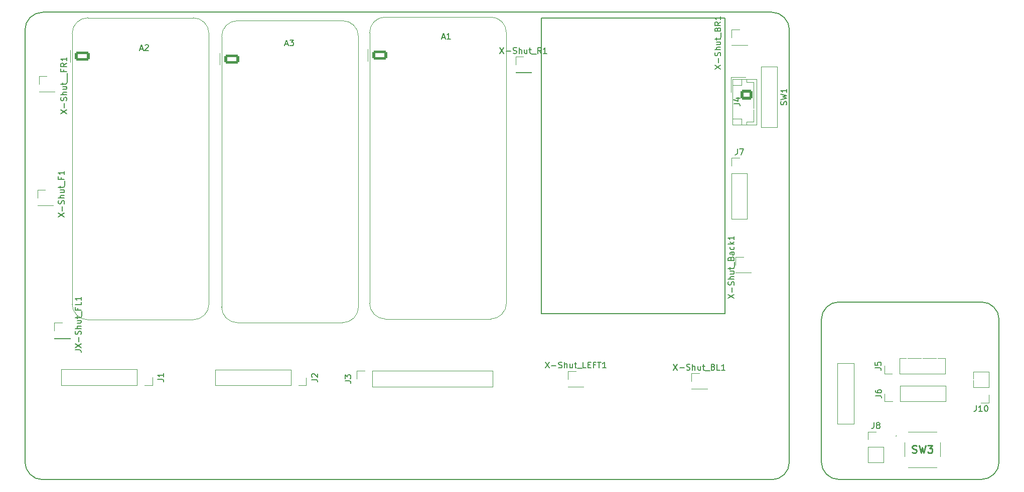
<source format=gm1>
G04 #@! TF.GenerationSoftware,KiCad,Pcbnew,9.0.0*
G04 #@! TF.CreationDate,2025-04-18T00:11:51+02:00*
G04 #@! TF.ProjectId,Omni-X-II-PCB,4f6d6e69-2d58-42d4-9949-2d5043422e6b,rev?*
G04 #@! TF.SameCoordinates,Original*
G04 #@! TF.FileFunction,Profile,NP*
%FSLAX46Y46*%
G04 Gerber Fmt 4.6, Leading zero omitted, Abs format (unit mm)*
G04 Created by KiCad (PCBNEW 9.0.0) date 2025-04-18 00:11:51*
%MOMM*%
%LPD*%
G01*
G04 APERTURE LIST*
G04 Aperture macros list*
%AMRoundRect*
0 Rectangle with rounded corners*
0 $1 Rounding radius*
0 $2 $3 $4 $5 $6 $7 $8 $9 X,Y pos of 4 corners*
0 Add a 4 corners polygon primitive as box body*
4,1,4,$2,$3,$4,$5,$6,$7,$8,$9,$2,$3,0*
0 Add four circle primitives for the rounded corners*
1,1,$1+$1,$2,$3*
1,1,$1+$1,$4,$5*
1,1,$1+$1,$6,$7*
1,1,$1+$1,$8,$9*
0 Add four rect primitives between the rounded corners*
20,1,$1+$1,$2,$3,$4,$5,0*
20,1,$1+$1,$4,$5,$6,$7,0*
20,1,$1+$1,$6,$7,$8,$9,0*
20,1,$1+$1,$8,$9,$2,$3,0*%
G04 Aperture macros list end*
G04 #@! TA.AperFunction,Profile*
%ADD10C,0.200000*%
G04 #@! TD*
%ADD11R,1.700000X1.700000*%
%ADD12O,1.500000X2.500000*%
%ADD13O,1.700000X1.700000*%
%ADD14RoundRect,0.250000X-0.750000X0.600000X-0.750000X-0.600000X0.750000X-0.600000X0.750000X0.600000X0*%
%ADD15O,2.500000X1.500000*%
%ADD16RoundRect,0.250000X-1.050000X-0.550000X1.050000X-0.550000X1.050000X0.550000X-1.050000X0.550000X0*%
%ADD17O,2.600000X1.600000*%
%ADD18C,2.000000*%
%ADD19R,1.500000X1.500000*%
%ADD20C,1.600000*%
%ADD21C,0.200000*%
%ADD22C,0.150000*%
%ADD23C,0.254000*%
%ADD24C,0.120000*%
%ADD25C,0.100000*%
G04 APERTURE END LIST*
D10*
X70000000Y-126000000D02*
X70000000Y-53000000D01*
X73000000Y-129000000D02*
G75*
G02*
X70000000Y-126000000I0J3000000D01*
G01*
X70000000Y-53000000D02*
G75*
G02*
X73000000Y-50000000I3000000J0D01*
G01*
X231385000Y-98960000D02*
G75*
G02*
X234385000Y-101960000I0J-3000000D01*
G01*
X207385000Y-98960000D02*
X231385000Y-98960000D01*
X234385000Y-101960000D02*
X234385000Y-125960000D01*
X204385000Y-125960000D02*
X204385000Y-101960000D01*
X231385000Y-128960000D02*
X207385000Y-128960000D01*
X199000000Y-126000000D02*
G75*
G02*
X196000000Y-129000000I-3000000J0D01*
G01*
X196000000Y-129000000D02*
X73000000Y-129000000D01*
X199000000Y-53000000D02*
X199000000Y-126000000D01*
X204385000Y-101960000D02*
G75*
G02*
X207385000Y-98960000I3000000J0D01*
G01*
X196000000Y-50000000D02*
G75*
G02*
X199000000Y-53000000I0J-3000000D01*
G01*
X234385000Y-125960000D02*
G75*
G02*
X231385000Y-128960000I-3000000J0D01*
G01*
X207385000Y-128960000D02*
G75*
G02*
X204385000Y-125960000I0J3000000D01*
G01*
X73000000Y-50000000D02*
X196000000Y-50000000D01*
%LPC*%
D11*
X73680000Y-62140000D03*
X116140000Y-111750000D03*
D12*
X113600000Y-111750000D03*
X111060000Y-111750000D03*
X108520000Y-111750000D03*
D13*
X105980000Y-111750000D03*
X103440000Y-111750000D03*
D14*
X191750000Y-63900000D03*
D15*
X191750000Y-66400000D03*
D11*
X90180000Y-111700000D03*
D12*
X87640000Y-111700000D03*
X85100000Y-111700000D03*
X82560000Y-111700000D03*
D13*
X80020000Y-111700000D03*
X77480000Y-111700000D03*
D11*
X73440000Y-81360000D03*
X127310000Y-111960000D03*
D13*
X129850000Y-111960000D03*
D12*
X132390000Y-111960000D03*
X134930000Y-111960000D03*
X137470000Y-111960000D03*
D13*
X140010000Y-111960000D03*
X142550000Y-111960000D03*
X145090000Y-111960000D03*
X147630000Y-111960000D03*
D11*
X183800000Y-112350000D03*
D16*
X129840000Y-57270000D03*
D17*
X129840000Y-59810000D03*
X129840000Y-62350000D03*
X129840000Y-64890000D03*
X129840000Y-67430000D03*
X129840000Y-69970000D03*
X129840000Y-72510000D03*
X129840000Y-75050000D03*
X129840000Y-77590000D03*
X129840000Y-80130000D03*
X129840000Y-82670000D03*
X129840000Y-85210000D03*
X129840000Y-87750000D03*
X129840000Y-90290000D03*
X129840000Y-92830000D03*
X129840000Y-95370000D03*
X149560000Y-95370000D03*
X149560000Y-92830000D03*
X149560000Y-90290000D03*
X149560000Y-87750000D03*
X149560000Y-85210000D03*
X149560000Y-82670000D03*
X149560000Y-80130000D03*
X149560000Y-77590000D03*
X149560000Y-75050000D03*
X149560000Y-72510000D03*
X149560000Y-69970000D03*
X149560000Y-67430000D03*
D11*
X154130000Y-58850000D03*
X190560000Y-75970000D03*
D15*
X190560000Y-78510000D03*
X190560000Y-81050000D03*
X190560000Y-83590000D03*
D16*
X79640000Y-57410000D03*
D17*
X79640000Y-59950000D03*
X79640000Y-62490000D03*
X79640000Y-65030000D03*
X79640000Y-67570000D03*
X79640000Y-70110000D03*
X79640000Y-72650000D03*
X79640000Y-75190000D03*
X79640000Y-77730000D03*
X79640000Y-80270000D03*
X79640000Y-82810000D03*
X79640000Y-85350000D03*
X79640000Y-87890000D03*
X79640000Y-90430000D03*
X79640000Y-92970000D03*
X79640000Y-95510000D03*
X99360000Y-95510000D03*
X99360000Y-92970000D03*
X99360000Y-90430000D03*
X99360000Y-87890000D03*
X99360000Y-85350000D03*
X99360000Y-82810000D03*
X99360000Y-80270000D03*
X99360000Y-77730000D03*
X99360000Y-75190000D03*
X99360000Y-72650000D03*
X99360000Y-70110000D03*
X99360000Y-67570000D03*
D18*
X218190000Y-121640000D03*
X224690000Y-121640000D03*
X218190000Y-126140000D03*
X224690000Y-126140000D03*
D11*
X191220000Y-92700000D03*
X216395000Y-114450000D03*
D12*
X218935000Y-114450000D03*
X221475000Y-114450000D03*
X224015000Y-114450000D03*
D11*
X231345000Y-114660000D03*
D15*
X231345000Y-112120000D03*
D11*
X76290000Y-103830000D03*
D19*
X195550000Y-64320000D03*
D20*
X195550000Y-61780000D03*
D15*
X195550000Y-66860000D03*
D19*
X208495000Y-114430000D03*
D20*
X208495000Y-116970000D03*
D15*
X208495000Y-111890000D03*
D11*
X190590000Y-54270000D03*
X162960000Y-111990000D03*
D16*
X104870000Y-57900000D03*
D17*
X104870000Y-60440000D03*
X104870000Y-62980000D03*
X104870000Y-65520000D03*
X104870000Y-68060000D03*
X104870000Y-70600000D03*
X104870000Y-73140000D03*
X104870000Y-75680000D03*
X104870000Y-78220000D03*
X104870000Y-80760000D03*
X104870000Y-83300000D03*
X104870000Y-85840000D03*
X104870000Y-88380000D03*
X104870000Y-90920000D03*
X104870000Y-93460000D03*
X104870000Y-96000000D03*
X124590000Y-96000000D03*
X124590000Y-93460000D03*
X124590000Y-90920000D03*
X124590000Y-88380000D03*
X124590000Y-85840000D03*
X124590000Y-83300000D03*
X124590000Y-80760000D03*
X124590000Y-78220000D03*
X124590000Y-75680000D03*
X124590000Y-73140000D03*
X124590000Y-70600000D03*
X124590000Y-68060000D03*
D11*
X216355000Y-109780000D03*
D12*
X218895000Y-109780000D03*
X221435000Y-109780000D03*
X223975000Y-109780000D03*
D11*
X213595000Y-122210000D03*
D15*
X213595000Y-124750000D03*
%LPD*%
D21*
X157150000Y-50970000D02*
X188150000Y-50970000D01*
X188150000Y-100970000D01*
X157150000Y-100970000D01*
X157150000Y-50970000D01*
D22*
X76044819Y-67175714D02*
X77044819Y-66509048D01*
X76044819Y-66509048D02*
X77044819Y-67175714D01*
X76663866Y-66128095D02*
X76663866Y-65366191D01*
X76997200Y-64937619D02*
X77044819Y-64794762D01*
X77044819Y-64794762D02*
X77044819Y-64556667D01*
X77044819Y-64556667D02*
X76997200Y-64461429D01*
X76997200Y-64461429D02*
X76949580Y-64413810D01*
X76949580Y-64413810D02*
X76854342Y-64366191D01*
X76854342Y-64366191D02*
X76759104Y-64366191D01*
X76759104Y-64366191D02*
X76663866Y-64413810D01*
X76663866Y-64413810D02*
X76616247Y-64461429D01*
X76616247Y-64461429D02*
X76568628Y-64556667D01*
X76568628Y-64556667D02*
X76521009Y-64747143D01*
X76521009Y-64747143D02*
X76473390Y-64842381D01*
X76473390Y-64842381D02*
X76425771Y-64890000D01*
X76425771Y-64890000D02*
X76330533Y-64937619D01*
X76330533Y-64937619D02*
X76235295Y-64937619D01*
X76235295Y-64937619D02*
X76140057Y-64890000D01*
X76140057Y-64890000D02*
X76092438Y-64842381D01*
X76092438Y-64842381D02*
X76044819Y-64747143D01*
X76044819Y-64747143D02*
X76044819Y-64509048D01*
X76044819Y-64509048D02*
X76092438Y-64366191D01*
X77044819Y-63937619D02*
X76044819Y-63937619D01*
X77044819Y-63509048D02*
X76521009Y-63509048D01*
X76521009Y-63509048D02*
X76425771Y-63556667D01*
X76425771Y-63556667D02*
X76378152Y-63651905D01*
X76378152Y-63651905D02*
X76378152Y-63794762D01*
X76378152Y-63794762D02*
X76425771Y-63890000D01*
X76425771Y-63890000D02*
X76473390Y-63937619D01*
X76378152Y-62604286D02*
X77044819Y-62604286D01*
X76378152Y-63032857D02*
X76901961Y-63032857D01*
X76901961Y-63032857D02*
X76997200Y-62985238D01*
X76997200Y-62985238D02*
X77044819Y-62890000D01*
X77044819Y-62890000D02*
X77044819Y-62747143D01*
X77044819Y-62747143D02*
X76997200Y-62651905D01*
X76997200Y-62651905D02*
X76949580Y-62604286D01*
X76378152Y-62270952D02*
X76378152Y-61890000D01*
X76044819Y-62128095D02*
X76901961Y-62128095D01*
X76901961Y-62128095D02*
X76997200Y-62080476D01*
X76997200Y-62080476D02*
X77044819Y-61985238D01*
X77044819Y-61985238D02*
X77044819Y-61890000D01*
X77140057Y-61794762D02*
X77140057Y-61032857D01*
X77140057Y-61032857D02*
X77140057Y-60270952D01*
X76521009Y-59699523D02*
X76521009Y-60032856D01*
X77044819Y-60032856D02*
X76044819Y-60032856D01*
X76044819Y-60032856D02*
X76044819Y-59556666D01*
X77044819Y-58604285D02*
X76568628Y-58937618D01*
X77044819Y-59175713D02*
X76044819Y-59175713D01*
X76044819Y-59175713D02*
X76044819Y-58794761D01*
X76044819Y-58794761D02*
X76092438Y-58699523D01*
X76092438Y-58699523D02*
X76140057Y-58651904D01*
X76140057Y-58651904D02*
X76235295Y-58604285D01*
X76235295Y-58604285D02*
X76378152Y-58604285D01*
X76378152Y-58604285D02*
X76473390Y-58651904D01*
X76473390Y-58651904D02*
X76521009Y-58699523D01*
X76521009Y-58699523D02*
X76568628Y-58794761D01*
X76568628Y-58794761D02*
X76568628Y-59175713D01*
X77044819Y-57651904D02*
X77044819Y-58223332D01*
X77044819Y-57937618D02*
X76044819Y-57937618D01*
X76044819Y-57937618D02*
X76187676Y-58032856D01*
X76187676Y-58032856D02*
X76282914Y-58128094D01*
X76282914Y-58128094D02*
X76330533Y-58223332D01*
X118364819Y-112083333D02*
X119079104Y-112083333D01*
X119079104Y-112083333D02*
X119221961Y-112130952D01*
X119221961Y-112130952D02*
X119317200Y-112226190D01*
X119317200Y-112226190D02*
X119364819Y-112369047D01*
X119364819Y-112369047D02*
X119364819Y-112464285D01*
X118460057Y-111654761D02*
X118412438Y-111607142D01*
X118412438Y-111607142D02*
X118364819Y-111511904D01*
X118364819Y-111511904D02*
X118364819Y-111273809D01*
X118364819Y-111273809D02*
X118412438Y-111178571D01*
X118412438Y-111178571D02*
X118460057Y-111130952D01*
X118460057Y-111130952D02*
X118555295Y-111083333D01*
X118555295Y-111083333D02*
X118650533Y-111083333D01*
X118650533Y-111083333D02*
X118793390Y-111130952D01*
X118793390Y-111130952D02*
X119364819Y-111702380D01*
X119364819Y-111702380D02*
X119364819Y-111083333D01*
X189654819Y-65433333D02*
X190369104Y-65433333D01*
X190369104Y-65433333D02*
X190511961Y-65480952D01*
X190511961Y-65480952D02*
X190607200Y-65576190D01*
X190607200Y-65576190D02*
X190654819Y-65719047D01*
X190654819Y-65719047D02*
X190654819Y-65814285D01*
X189988152Y-64528571D02*
X190654819Y-64528571D01*
X189607200Y-64766666D02*
X190321485Y-65004761D01*
X190321485Y-65004761D02*
X190321485Y-64385714D01*
X92404819Y-112033333D02*
X93119104Y-112033333D01*
X93119104Y-112033333D02*
X93261961Y-112080952D01*
X93261961Y-112080952D02*
X93357200Y-112176190D01*
X93357200Y-112176190D02*
X93404819Y-112319047D01*
X93404819Y-112319047D02*
X93404819Y-112414285D01*
X93404819Y-111033333D02*
X93404819Y-111604761D01*
X93404819Y-111319047D02*
X92404819Y-111319047D01*
X92404819Y-111319047D02*
X92547676Y-111414285D01*
X92547676Y-111414285D02*
X92642914Y-111509523D01*
X92642914Y-111509523D02*
X92690533Y-111604761D01*
X75634819Y-84614761D02*
X76634819Y-83948095D01*
X75634819Y-83948095D02*
X76634819Y-84614761D01*
X76253866Y-83567142D02*
X76253866Y-82805238D01*
X76587200Y-82376666D02*
X76634819Y-82233809D01*
X76634819Y-82233809D02*
X76634819Y-81995714D01*
X76634819Y-81995714D02*
X76587200Y-81900476D01*
X76587200Y-81900476D02*
X76539580Y-81852857D01*
X76539580Y-81852857D02*
X76444342Y-81805238D01*
X76444342Y-81805238D02*
X76349104Y-81805238D01*
X76349104Y-81805238D02*
X76253866Y-81852857D01*
X76253866Y-81852857D02*
X76206247Y-81900476D01*
X76206247Y-81900476D02*
X76158628Y-81995714D01*
X76158628Y-81995714D02*
X76111009Y-82186190D01*
X76111009Y-82186190D02*
X76063390Y-82281428D01*
X76063390Y-82281428D02*
X76015771Y-82329047D01*
X76015771Y-82329047D02*
X75920533Y-82376666D01*
X75920533Y-82376666D02*
X75825295Y-82376666D01*
X75825295Y-82376666D02*
X75730057Y-82329047D01*
X75730057Y-82329047D02*
X75682438Y-82281428D01*
X75682438Y-82281428D02*
X75634819Y-82186190D01*
X75634819Y-82186190D02*
X75634819Y-81948095D01*
X75634819Y-81948095D02*
X75682438Y-81805238D01*
X76634819Y-81376666D02*
X75634819Y-81376666D01*
X76634819Y-80948095D02*
X76111009Y-80948095D01*
X76111009Y-80948095D02*
X76015771Y-80995714D01*
X76015771Y-80995714D02*
X75968152Y-81090952D01*
X75968152Y-81090952D02*
X75968152Y-81233809D01*
X75968152Y-81233809D02*
X76015771Y-81329047D01*
X76015771Y-81329047D02*
X76063390Y-81376666D01*
X75968152Y-80043333D02*
X76634819Y-80043333D01*
X75968152Y-80471904D02*
X76491961Y-80471904D01*
X76491961Y-80471904D02*
X76587200Y-80424285D01*
X76587200Y-80424285D02*
X76634819Y-80329047D01*
X76634819Y-80329047D02*
X76634819Y-80186190D01*
X76634819Y-80186190D02*
X76587200Y-80090952D01*
X76587200Y-80090952D02*
X76539580Y-80043333D01*
X75968152Y-79709999D02*
X75968152Y-79329047D01*
X75634819Y-79567142D02*
X76491961Y-79567142D01*
X76491961Y-79567142D02*
X76587200Y-79519523D01*
X76587200Y-79519523D02*
X76634819Y-79424285D01*
X76634819Y-79424285D02*
X76634819Y-79329047D01*
X76730057Y-79233809D02*
X76730057Y-78471904D01*
X76111009Y-77900475D02*
X76111009Y-78233808D01*
X76634819Y-78233808D02*
X75634819Y-78233808D01*
X75634819Y-78233808D02*
X75634819Y-77757618D01*
X76634819Y-76852856D02*
X76634819Y-77424284D01*
X76634819Y-77138570D02*
X75634819Y-77138570D01*
X75634819Y-77138570D02*
X75777676Y-77233808D01*
X75777676Y-77233808D02*
X75872914Y-77329046D01*
X75872914Y-77329046D02*
X75920533Y-77424284D01*
X123994819Y-112293333D02*
X124709104Y-112293333D01*
X124709104Y-112293333D02*
X124851961Y-112340952D01*
X124851961Y-112340952D02*
X124947200Y-112436190D01*
X124947200Y-112436190D02*
X124994819Y-112579047D01*
X124994819Y-112579047D02*
X124994819Y-112674285D01*
X123994819Y-111912380D02*
X123994819Y-111293333D01*
X123994819Y-111293333D02*
X124375771Y-111626666D01*
X124375771Y-111626666D02*
X124375771Y-111483809D01*
X124375771Y-111483809D02*
X124423390Y-111388571D01*
X124423390Y-111388571D02*
X124471009Y-111340952D01*
X124471009Y-111340952D02*
X124566247Y-111293333D01*
X124566247Y-111293333D02*
X124804342Y-111293333D01*
X124804342Y-111293333D02*
X124899580Y-111340952D01*
X124899580Y-111340952D02*
X124947200Y-111388571D01*
X124947200Y-111388571D02*
X124994819Y-111483809D01*
X124994819Y-111483809D02*
X124994819Y-111769523D01*
X124994819Y-111769523D02*
X124947200Y-111864761D01*
X124947200Y-111864761D02*
X124899580Y-111912380D01*
X179419047Y-109474819D02*
X180085713Y-110474819D01*
X180085713Y-109474819D02*
X179419047Y-110474819D01*
X180466666Y-110093866D02*
X181228571Y-110093866D01*
X181657142Y-110427200D02*
X181799999Y-110474819D01*
X181799999Y-110474819D02*
X182038094Y-110474819D01*
X182038094Y-110474819D02*
X182133332Y-110427200D01*
X182133332Y-110427200D02*
X182180951Y-110379580D01*
X182180951Y-110379580D02*
X182228570Y-110284342D01*
X182228570Y-110284342D02*
X182228570Y-110189104D01*
X182228570Y-110189104D02*
X182180951Y-110093866D01*
X182180951Y-110093866D02*
X182133332Y-110046247D01*
X182133332Y-110046247D02*
X182038094Y-109998628D01*
X182038094Y-109998628D02*
X181847618Y-109951009D01*
X181847618Y-109951009D02*
X181752380Y-109903390D01*
X181752380Y-109903390D02*
X181704761Y-109855771D01*
X181704761Y-109855771D02*
X181657142Y-109760533D01*
X181657142Y-109760533D02*
X181657142Y-109665295D01*
X181657142Y-109665295D02*
X181704761Y-109570057D01*
X181704761Y-109570057D02*
X181752380Y-109522438D01*
X181752380Y-109522438D02*
X181847618Y-109474819D01*
X181847618Y-109474819D02*
X182085713Y-109474819D01*
X182085713Y-109474819D02*
X182228570Y-109522438D01*
X182657142Y-110474819D02*
X182657142Y-109474819D01*
X183085713Y-110474819D02*
X183085713Y-109951009D01*
X183085713Y-109951009D02*
X183038094Y-109855771D01*
X183038094Y-109855771D02*
X182942856Y-109808152D01*
X182942856Y-109808152D02*
X182799999Y-109808152D01*
X182799999Y-109808152D02*
X182704761Y-109855771D01*
X182704761Y-109855771D02*
X182657142Y-109903390D01*
X183990475Y-109808152D02*
X183990475Y-110474819D01*
X183561904Y-109808152D02*
X183561904Y-110331961D01*
X183561904Y-110331961D02*
X183609523Y-110427200D01*
X183609523Y-110427200D02*
X183704761Y-110474819D01*
X183704761Y-110474819D02*
X183847618Y-110474819D01*
X183847618Y-110474819D02*
X183942856Y-110427200D01*
X183942856Y-110427200D02*
X183990475Y-110379580D01*
X184323809Y-109808152D02*
X184704761Y-109808152D01*
X184466666Y-109474819D02*
X184466666Y-110331961D01*
X184466666Y-110331961D02*
X184514285Y-110427200D01*
X184514285Y-110427200D02*
X184609523Y-110474819D01*
X184609523Y-110474819D02*
X184704761Y-110474819D01*
X184800000Y-110570057D02*
X185561904Y-110570057D01*
X186133333Y-109951009D02*
X186276190Y-109998628D01*
X186276190Y-109998628D02*
X186323809Y-110046247D01*
X186323809Y-110046247D02*
X186371428Y-110141485D01*
X186371428Y-110141485D02*
X186371428Y-110284342D01*
X186371428Y-110284342D02*
X186323809Y-110379580D01*
X186323809Y-110379580D02*
X186276190Y-110427200D01*
X186276190Y-110427200D02*
X186180952Y-110474819D01*
X186180952Y-110474819D02*
X185800000Y-110474819D01*
X185800000Y-110474819D02*
X185800000Y-109474819D01*
X185800000Y-109474819D02*
X186133333Y-109474819D01*
X186133333Y-109474819D02*
X186228571Y-109522438D01*
X186228571Y-109522438D02*
X186276190Y-109570057D01*
X186276190Y-109570057D02*
X186323809Y-109665295D01*
X186323809Y-109665295D02*
X186323809Y-109760533D01*
X186323809Y-109760533D02*
X186276190Y-109855771D01*
X186276190Y-109855771D02*
X186228571Y-109903390D01*
X186228571Y-109903390D02*
X186133333Y-109951009D01*
X186133333Y-109951009D02*
X185800000Y-109951009D01*
X187276190Y-110474819D02*
X186800000Y-110474819D01*
X186800000Y-110474819D02*
X186800000Y-109474819D01*
X188133333Y-110474819D02*
X187561905Y-110474819D01*
X187847619Y-110474819D02*
X187847619Y-109474819D01*
X187847619Y-109474819D02*
X187752381Y-109617676D01*
X187752381Y-109617676D02*
X187657143Y-109712914D01*
X187657143Y-109712914D02*
X187561905Y-109760533D01*
X140355714Y-54249104D02*
X140831904Y-54249104D01*
X140260476Y-54534819D02*
X140593809Y-53534819D01*
X140593809Y-53534819D02*
X140927142Y-54534819D01*
X141784285Y-54534819D02*
X141212857Y-54534819D01*
X141498571Y-54534819D02*
X141498571Y-53534819D01*
X141498571Y-53534819D02*
X141403333Y-53677676D01*
X141403333Y-53677676D02*
X141308095Y-53772914D01*
X141308095Y-53772914D02*
X141212857Y-53820533D01*
X150153809Y-55974819D02*
X150820475Y-56974819D01*
X150820475Y-55974819D02*
X150153809Y-56974819D01*
X151201428Y-56593866D02*
X151963333Y-56593866D01*
X152391904Y-56927200D02*
X152534761Y-56974819D01*
X152534761Y-56974819D02*
X152772856Y-56974819D01*
X152772856Y-56974819D02*
X152868094Y-56927200D01*
X152868094Y-56927200D02*
X152915713Y-56879580D01*
X152915713Y-56879580D02*
X152963332Y-56784342D01*
X152963332Y-56784342D02*
X152963332Y-56689104D01*
X152963332Y-56689104D02*
X152915713Y-56593866D01*
X152915713Y-56593866D02*
X152868094Y-56546247D01*
X152868094Y-56546247D02*
X152772856Y-56498628D01*
X152772856Y-56498628D02*
X152582380Y-56451009D01*
X152582380Y-56451009D02*
X152487142Y-56403390D01*
X152487142Y-56403390D02*
X152439523Y-56355771D01*
X152439523Y-56355771D02*
X152391904Y-56260533D01*
X152391904Y-56260533D02*
X152391904Y-56165295D01*
X152391904Y-56165295D02*
X152439523Y-56070057D01*
X152439523Y-56070057D02*
X152487142Y-56022438D01*
X152487142Y-56022438D02*
X152582380Y-55974819D01*
X152582380Y-55974819D02*
X152820475Y-55974819D01*
X152820475Y-55974819D02*
X152963332Y-56022438D01*
X153391904Y-56974819D02*
X153391904Y-55974819D01*
X153820475Y-56974819D02*
X153820475Y-56451009D01*
X153820475Y-56451009D02*
X153772856Y-56355771D01*
X153772856Y-56355771D02*
X153677618Y-56308152D01*
X153677618Y-56308152D02*
X153534761Y-56308152D01*
X153534761Y-56308152D02*
X153439523Y-56355771D01*
X153439523Y-56355771D02*
X153391904Y-56403390D01*
X154725237Y-56308152D02*
X154725237Y-56974819D01*
X154296666Y-56308152D02*
X154296666Y-56831961D01*
X154296666Y-56831961D02*
X154344285Y-56927200D01*
X154344285Y-56927200D02*
X154439523Y-56974819D01*
X154439523Y-56974819D02*
X154582380Y-56974819D01*
X154582380Y-56974819D02*
X154677618Y-56927200D01*
X154677618Y-56927200D02*
X154725237Y-56879580D01*
X155058571Y-56308152D02*
X155439523Y-56308152D01*
X155201428Y-55974819D02*
X155201428Y-56831961D01*
X155201428Y-56831961D02*
X155249047Y-56927200D01*
X155249047Y-56927200D02*
X155344285Y-56974819D01*
X155344285Y-56974819D02*
X155439523Y-56974819D01*
X155534762Y-57070057D02*
X156296666Y-57070057D01*
X157106190Y-56974819D02*
X156772857Y-56498628D01*
X156534762Y-56974819D02*
X156534762Y-55974819D01*
X156534762Y-55974819D02*
X156915714Y-55974819D01*
X156915714Y-55974819D02*
X157010952Y-56022438D01*
X157010952Y-56022438D02*
X157058571Y-56070057D01*
X157058571Y-56070057D02*
X157106190Y-56165295D01*
X157106190Y-56165295D02*
X157106190Y-56308152D01*
X157106190Y-56308152D02*
X157058571Y-56403390D01*
X157058571Y-56403390D02*
X157010952Y-56451009D01*
X157010952Y-56451009D02*
X156915714Y-56498628D01*
X156915714Y-56498628D02*
X156534762Y-56498628D01*
X158058571Y-56974819D02*
X157487143Y-56974819D01*
X157772857Y-56974819D02*
X157772857Y-55974819D01*
X157772857Y-55974819D02*
X157677619Y-56117676D01*
X157677619Y-56117676D02*
X157582381Y-56212914D01*
X157582381Y-56212914D02*
X157487143Y-56260533D01*
X190226666Y-73094819D02*
X190226666Y-73809104D01*
X190226666Y-73809104D02*
X190179047Y-73951961D01*
X190179047Y-73951961D02*
X190083809Y-74047200D01*
X190083809Y-74047200D02*
X189940952Y-74094819D01*
X189940952Y-74094819D02*
X189845714Y-74094819D01*
X190607619Y-73094819D02*
X191274285Y-73094819D01*
X191274285Y-73094819D02*
X190845714Y-74094819D01*
X89395714Y-56199104D02*
X89871904Y-56199104D01*
X89300476Y-56484819D02*
X89633809Y-55484819D01*
X89633809Y-55484819D02*
X89967142Y-56484819D01*
X90252857Y-55580057D02*
X90300476Y-55532438D01*
X90300476Y-55532438D02*
X90395714Y-55484819D01*
X90395714Y-55484819D02*
X90633809Y-55484819D01*
X90633809Y-55484819D02*
X90729047Y-55532438D01*
X90729047Y-55532438D02*
X90776666Y-55580057D01*
X90776666Y-55580057D02*
X90824285Y-55675295D01*
X90824285Y-55675295D02*
X90824285Y-55770533D01*
X90824285Y-55770533D02*
X90776666Y-55913390D01*
X90776666Y-55913390D02*
X90205238Y-56484819D01*
X90205238Y-56484819D02*
X90824285Y-56484819D01*
D23*
X219746666Y-124403842D02*
X219928095Y-124464318D01*
X219928095Y-124464318D02*
X220230476Y-124464318D01*
X220230476Y-124464318D02*
X220351428Y-124403842D01*
X220351428Y-124403842D02*
X220411904Y-124343365D01*
X220411904Y-124343365D02*
X220472381Y-124222413D01*
X220472381Y-124222413D02*
X220472381Y-124101461D01*
X220472381Y-124101461D02*
X220411904Y-123980508D01*
X220411904Y-123980508D02*
X220351428Y-123920032D01*
X220351428Y-123920032D02*
X220230476Y-123859556D01*
X220230476Y-123859556D02*
X219988571Y-123799080D01*
X219988571Y-123799080D02*
X219867619Y-123738603D01*
X219867619Y-123738603D02*
X219807142Y-123678127D01*
X219807142Y-123678127D02*
X219746666Y-123557175D01*
X219746666Y-123557175D02*
X219746666Y-123436222D01*
X219746666Y-123436222D02*
X219807142Y-123315270D01*
X219807142Y-123315270D02*
X219867619Y-123254794D01*
X219867619Y-123254794D02*
X219988571Y-123194318D01*
X219988571Y-123194318D02*
X220290952Y-123194318D01*
X220290952Y-123194318D02*
X220472381Y-123254794D01*
X220895714Y-123194318D02*
X221198095Y-124464318D01*
X221198095Y-124464318D02*
X221440000Y-123557175D01*
X221440000Y-123557175D02*
X221681905Y-124464318D01*
X221681905Y-124464318D02*
X221984286Y-123194318D01*
X222347143Y-123194318D02*
X223133334Y-123194318D01*
X223133334Y-123194318D02*
X222710000Y-123678127D01*
X222710000Y-123678127D02*
X222891429Y-123678127D01*
X222891429Y-123678127D02*
X223012381Y-123738603D01*
X223012381Y-123738603D02*
X223072857Y-123799080D01*
X223072857Y-123799080D02*
X223133334Y-123920032D01*
X223133334Y-123920032D02*
X223133334Y-124222413D01*
X223133334Y-124222413D02*
X223072857Y-124343365D01*
X223072857Y-124343365D02*
X223012381Y-124403842D01*
X223012381Y-124403842D02*
X222891429Y-124464318D01*
X222891429Y-124464318D02*
X222528572Y-124464318D01*
X222528572Y-124464318D02*
X222407619Y-124403842D01*
X222407619Y-124403842D02*
X222347143Y-124343365D01*
D22*
X188674819Y-98351904D02*
X189674819Y-97685238D01*
X188674819Y-97685238D02*
X189674819Y-98351904D01*
X189293866Y-97304285D02*
X189293866Y-96542381D01*
X189627200Y-96113809D02*
X189674819Y-95970952D01*
X189674819Y-95970952D02*
X189674819Y-95732857D01*
X189674819Y-95732857D02*
X189627200Y-95637619D01*
X189627200Y-95637619D02*
X189579580Y-95590000D01*
X189579580Y-95590000D02*
X189484342Y-95542381D01*
X189484342Y-95542381D02*
X189389104Y-95542381D01*
X189389104Y-95542381D02*
X189293866Y-95590000D01*
X189293866Y-95590000D02*
X189246247Y-95637619D01*
X189246247Y-95637619D02*
X189198628Y-95732857D01*
X189198628Y-95732857D02*
X189151009Y-95923333D01*
X189151009Y-95923333D02*
X189103390Y-96018571D01*
X189103390Y-96018571D02*
X189055771Y-96066190D01*
X189055771Y-96066190D02*
X188960533Y-96113809D01*
X188960533Y-96113809D02*
X188865295Y-96113809D01*
X188865295Y-96113809D02*
X188770057Y-96066190D01*
X188770057Y-96066190D02*
X188722438Y-96018571D01*
X188722438Y-96018571D02*
X188674819Y-95923333D01*
X188674819Y-95923333D02*
X188674819Y-95685238D01*
X188674819Y-95685238D02*
X188722438Y-95542381D01*
X189674819Y-95113809D02*
X188674819Y-95113809D01*
X189674819Y-94685238D02*
X189151009Y-94685238D01*
X189151009Y-94685238D02*
X189055771Y-94732857D01*
X189055771Y-94732857D02*
X189008152Y-94828095D01*
X189008152Y-94828095D02*
X189008152Y-94970952D01*
X189008152Y-94970952D02*
X189055771Y-95066190D01*
X189055771Y-95066190D02*
X189103390Y-95113809D01*
X189008152Y-93780476D02*
X189674819Y-93780476D01*
X189008152Y-94209047D02*
X189531961Y-94209047D01*
X189531961Y-94209047D02*
X189627200Y-94161428D01*
X189627200Y-94161428D02*
X189674819Y-94066190D01*
X189674819Y-94066190D02*
X189674819Y-93923333D01*
X189674819Y-93923333D02*
X189627200Y-93828095D01*
X189627200Y-93828095D02*
X189579580Y-93780476D01*
X189008152Y-93447142D02*
X189008152Y-93066190D01*
X188674819Y-93304285D02*
X189531961Y-93304285D01*
X189531961Y-93304285D02*
X189627200Y-93256666D01*
X189627200Y-93256666D02*
X189674819Y-93161428D01*
X189674819Y-93161428D02*
X189674819Y-93066190D01*
X189770057Y-92970952D02*
X189770057Y-92209047D01*
X189151009Y-91637618D02*
X189198628Y-91494761D01*
X189198628Y-91494761D02*
X189246247Y-91447142D01*
X189246247Y-91447142D02*
X189341485Y-91399523D01*
X189341485Y-91399523D02*
X189484342Y-91399523D01*
X189484342Y-91399523D02*
X189579580Y-91447142D01*
X189579580Y-91447142D02*
X189627200Y-91494761D01*
X189627200Y-91494761D02*
X189674819Y-91589999D01*
X189674819Y-91589999D02*
X189674819Y-91970951D01*
X189674819Y-91970951D02*
X188674819Y-91970951D01*
X188674819Y-91970951D02*
X188674819Y-91637618D01*
X188674819Y-91637618D02*
X188722438Y-91542380D01*
X188722438Y-91542380D02*
X188770057Y-91494761D01*
X188770057Y-91494761D02*
X188865295Y-91447142D01*
X188865295Y-91447142D02*
X188960533Y-91447142D01*
X188960533Y-91447142D02*
X189055771Y-91494761D01*
X189055771Y-91494761D02*
X189103390Y-91542380D01*
X189103390Y-91542380D02*
X189151009Y-91637618D01*
X189151009Y-91637618D02*
X189151009Y-91970951D01*
X189674819Y-90542380D02*
X189151009Y-90542380D01*
X189151009Y-90542380D02*
X189055771Y-90589999D01*
X189055771Y-90589999D02*
X189008152Y-90685237D01*
X189008152Y-90685237D02*
X189008152Y-90875713D01*
X189008152Y-90875713D02*
X189055771Y-90970951D01*
X189627200Y-90542380D02*
X189674819Y-90637618D01*
X189674819Y-90637618D02*
X189674819Y-90875713D01*
X189674819Y-90875713D02*
X189627200Y-90970951D01*
X189627200Y-90970951D02*
X189531961Y-91018570D01*
X189531961Y-91018570D02*
X189436723Y-91018570D01*
X189436723Y-91018570D02*
X189341485Y-90970951D01*
X189341485Y-90970951D02*
X189293866Y-90875713D01*
X189293866Y-90875713D02*
X189293866Y-90637618D01*
X189293866Y-90637618D02*
X189246247Y-90542380D01*
X189627200Y-89637618D02*
X189674819Y-89732856D01*
X189674819Y-89732856D02*
X189674819Y-89923332D01*
X189674819Y-89923332D02*
X189627200Y-90018570D01*
X189627200Y-90018570D02*
X189579580Y-90066189D01*
X189579580Y-90066189D02*
X189484342Y-90113808D01*
X189484342Y-90113808D02*
X189198628Y-90113808D01*
X189198628Y-90113808D02*
X189103390Y-90066189D01*
X189103390Y-90066189D02*
X189055771Y-90018570D01*
X189055771Y-90018570D02*
X189008152Y-89923332D01*
X189008152Y-89923332D02*
X189008152Y-89732856D01*
X189008152Y-89732856D02*
X189055771Y-89637618D01*
X189674819Y-89209046D02*
X188674819Y-89209046D01*
X189293866Y-89113808D02*
X189674819Y-88828094D01*
X189008152Y-88828094D02*
X189389104Y-89209046D01*
X189674819Y-87875713D02*
X189674819Y-88447141D01*
X189674819Y-88161427D02*
X188674819Y-88161427D01*
X188674819Y-88161427D02*
X188817676Y-88256665D01*
X188817676Y-88256665D02*
X188912914Y-88351903D01*
X188912914Y-88351903D02*
X188960533Y-88447141D01*
X213519819Y-114783333D02*
X214234104Y-114783333D01*
X214234104Y-114783333D02*
X214376961Y-114830952D01*
X214376961Y-114830952D02*
X214472200Y-114926190D01*
X214472200Y-114926190D02*
X214519819Y-115069047D01*
X214519819Y-115069047D02*
X214519819Y-115164285D01*
X213519819Y-113878571D02*
X213519819Y-114069047D01*
X213519819Y-114069047D02*
X213567438Y-114164285D01*
X213567438Y-114164285D02*
X213615057Y-114211904D01*
X213615057Y-114211904D02*
X213757914Y-114307142D01*
X213757914Y-114307142D02*
X213948390Y-114354761D01*
X213948390Y-114354761D02*
X214329342Y-114354761D01*
X214329342Y-114354761D02*
X214424580Y-114307142D01*
X214424580Y-114307142D02*
X214472200Y-114259523D01*
X214472200Y-114259523D02*
X214519819Y-114164285D01*
X214519819Y-114164285D02*
X214519819Y-113973809D01*
X214519819Y-113973809D02*
X214472200Y-113878571D01*
X214472200Y-113878571D02*
X214424580Y-113830952D01*
X214424580Y-113830952D02*
X214329342Y-113783333D01*
X214329342Y-113783333D02*
X214091247Y-113783333D01*
X214091247Y-113783333D02*
X213996009Y-113830952D01*
X213996009Y-113830952D02*
X213948390Y-113878571D01*
X213948390Y-113878571D02*
X213900771Y-113973809D01*
X213900771Y-113973809D02*
X213900771Y-114164285D01*
X213900771Y-114164285D02*
X213948390Y-114259523D01*
X213948390Y-114259523D02*
X213996009Y-114307142D01*
X213996009Y-114307142D02*
X214091247Y-114354761D01*
X230535476Y-116444819D02*
X230535476Y-117159104D01*
X230535476Y-117159104D02*
X230487857Y-117301961D01*
X230487857Y-117301961D02*
X230392619Y-117397200D01*
X230392619Y-117397200D02*
X230249762Y-117444819D01*
X230249762Y-117444819D02*
X230154524Y-117444819D01*
X231535476Y-117444819D02*
X230964048Y-117444819D01*
X231249762Y-117444819D02*
X231249762Y-116444819D01*
X231249762Y-116444819D02*
X231154524Y-116587676D01*
X231154524Y-116587676D02*
X231059286Y-116682914D01*
X231059286Y-116682914D02*
X230964048Y-116730533D01*
X232154524Y-116444819D02*
X232249762Y-116444819D01*
X232249762Y-116444819D02*
X232345000Y-116492438D01*
X232345000Y-116492438D02*
X232392619Y-116540057D01*
X232392619Y-116540057D02*
X232440238Y-116635295D01*
X232440238Y-116635295D02*
X232487857Y-116825771D01*
X232487857Y-116825771D02*
X232487857Y-117063866D01*
X232487857Y-117063866D02*
X232440238Y-117254342D01*
X232440238Y-117254342D02*
X232392619Y-117349580D01*
X232392619Y-117349580D02*
X232345000Y-117397200D01*
X232345000Y-117397200D02*
X232249762Y-117444819D01*
X232249762Y-117444819D02*
X232154524Y-117444819D01*
X232154524Y-117444819D02*
X232059286Y-117397200D01*
X232059286Y-117397200D02*
X232011667Y-117349580D01*
X232011667Y-117349580D02*
X231964048Y-117254342D01*
X231964048Y-117254342D02*
X231916429Y-117063866D01*
X231916429Y-117063866D02*
X231916429Y-116825771D01*
X231916429Y-116825771D02*
X231964048Y-116635295D01*
X231964048Y-116635295D02*
X232011667Y-116540057D01*
X232011667Y-116540057D02*
X232059286Y-116492438D01*
X232059286Y-116492438D02*
X232154524Y-116444819D01*
X78464819Y-107069524D02*
X79179104Y-107069524D01*
X79179104Y-107069524D02*
X79321961Y-107117143D01*
X79321961Y-107117143D02*
X79417200Y-107212381D01*
X79417200Y-107212381D02*
X79464819Y-107355238D01*
X79464819Y-107355238D02*
X79464819Y-107450476D01*
X78464819Y-106688571D02*
X79464819Y-106021905D01*
X78464819Y-106021905D02*
X79464819Y-106688571D01*
X79083866Y-105640952D02*
X79083866Y-104879048D01*
X79417200Y-104450476D02*
X79464819Y-104307619D01*
X79464819Y-104307619D02*
X79464819Y-104069524D01*
X79464819Y-104069524D02*
X79417200Y-103974286D01*
X79417200Y-103974286D02*
X79369580Y-103926667D01*
X79369580Y-103926667D02*
X79274342Y-103879048D01*
X79274342Y-103879048D02*
X79179104Y-103879048D01*
X79179104Y-103879048D02*
X79083866Y-103926667D01*
X79083866Y-103926667D02*
X79036247Y-103974286D01*
X79036247Y-103974286D02*
X78988628Y-104069524D01*
X78988628Y-104069524D02*
X78941009Y-104260000D01*
X78941009Y-104260000D02*
X78893390Y-104355238D01*
X78893390Y-104355238D02*
X78845771Y-104402857D01*
X78845771Y-104402857D02*
X78750533Y-104450476D01*
X78750533Y-104450476D02*
X78655295Y-104450476D01*
X78655295Y-104450476D02*
X78560057Y-104402857D01*
X78560057Y-104402857D02*
X78512438Y-104355238D01*
X78512438Y-104355238D02*
X78464819Y-104260000D01*
X78464819Y-104260000D02*
X78464819Y-104021905D01*
X78464819Y-104021905D02*
X78512438Y-103879048D01*
X79464819Y-103450476D02*
X78464819Y-103450476D01*
X79464819Y-103021905D02*
X78941009Y-103021905D01*
X78941009Y-103021905D02*
X78845771Y-103069524D01*
X78845771Y-103069524D02*
X78798152Y-103164762D01*
X78798152Y-103164762D02*
X78798152Y-103307619D01*
X78798152Y-103307619D02*
X78845771Y-103402857D01*
X78845771Y-103402857D02*
X78893390Y-103450476D01*
X78798152Y-102117143D02*
X79464819Y-102117143D01*
X78798152Y-102545714D02*
X79321961Y-102545714D01*
X79321961Y-102545714D02*
X79417200Y-102498095D01*
X79417200Y-102498095D02*
X79464819Y-102402857D01*
X79464819Y-102402857D02*
X79464819Y-102260000D01*
X79464819Y-102260000D02*
X79417200Y-102164762D01*
X79417200Y-102164762D02*
X79369580Y-102117143D01*
X78798152Y-101783809D02*
X78798152Y-101402857D01*
X78464819Y-101640952D02*
X79321961Y-101640952D01*
X79321961Y-101640952D02*
X79417200Y-101593333D01*
X79417200Y-101593333D02*
X79464819Y-101498095D01*
X79464819Y-101498095D02*
X79464819Y-101402857D01*
X79560057Y-101307619D02*
X79560057Y-100545714D01*
X78941009Y-99974285D02*
X78941009Y-100307618D01*
X79464819Y-100307618D02*
X78464819Y-100307618D01*
X78464819Y-100307618D02*
X78464819Y-99831428D01*
X79464819Y-98974285D02*
X79464819Y-99450475D01*
X79464819Y-99450475D02*
X78464819Y-99450475D01*
X79464819Y-98117142D02*
X79464819Y-98688570D01*
X79464819Y-98402856D02*
X78464819Y-98402856D01*
X78464819Y-98402856D02*
X78607676Y-98498094D01*
X78607676Y-98498094D02*
X78702914Y-98593332D01*
X78702914Y-98593332D02*
X78750533Y-98688570D01*
X198497200Y-65653332D02*
X198544819Y-65510475D01*
X198544819Y-65510475D02*
X198544819Y-65272380D01*
X198544819Y-65272380D02*
X198497200Y-65177142D01*
X198497200Y-65177142D02*
X198449580Y-65129523D01*
X198449580Y-65129523D02*
X198354342Y-65081904D01*
X198354342Y-65081904D02*
X198259104Y-65081904D01*
X198259104Y-65081904D02*
X198163866Y-65129523D01*
X198163866Y-65129523D02*
X198116247Y-65177142D01*
X198116247Y-65177142D02*
X198068628Y-65272380D01*
X198068628Y-65272380D02*
X198021009Y-65462856D01*
X198021009Y-65462856D02*
X197973390Y-65558094D01*
X197973390Y-65558094D02*
X197925771Y-65605713D01*
X197925771Y-65605713D02*
X197830533Y-65653332D01*
X197830533Y-65653332D02*
X197735295Y-65653332D01*
X197735295Y-65653332D02*
X197640057Y-65605713D01*
X197640057Y-65605713D02*
X197592438Y-65558094D01*
X197592438Y-65558094D02*
X197544819Y-65462856D01*
X197544819Y-65462856D02*
X197544819Y-65224761D01*
X197544819Y-65224761D02*
X197592438Y-65081904D01*
X197544819Y-64748570D02*
X198544819Y-64510475D01*
X198544819Y-64510475D02*
X197830533Y-64319999D01*
X197830533Y-64319999D02*
X198544819Y-64129523D01*
X198544819Y-64129523D02*
X197544819Y-63891428D01*
X198544819Y-62986666D02*
X198544819Y-63558094D01*
X198544819Y-63272380D02*
X197544819Y-63272380D01*
X197544819Y-63272380D02*
X197687676Y-63367618D01*
X197687676Y-63367618D02*
X197782914Y-63462856D01*
X197782914Y-63462856D02*
X197830533Y-63558094D01*
X186394819Y-59596190D02*
X187394819Y-58929524D01*
X186394819Y-58929524D02*
X187394819Y-59596190D01*
X187013866Y-58548571D02*
X187013866Y-57786667D01*
X187347200Y-57358095D02*
X187394819Y-57215238D01*
X187394819Y-57215238D02*
X187394819Y-56977143D01*
X187394819Y-56977143D02*
X187347200Y-56881905D01*
X187347200Y-56881905D02*
X187299580Y-56834286D01*
X187299580Y-56834286D02*
X187204342Y-56786667D01*
X187204342Y-56786667D02*
X187109104Y-56786667D01*
X187109104Y-56786667D02*
X187013866Y-56834286D01*
X187013866Y-56834286D02*
X186966247Y-56881905D01*
X186966247Y-56881905D02*
X186918628Y-56977143D01*
X186918628Y-56977143D02*
X186871009Y-57167619D01*
X186871009Y-57167619D02*
X186823390Y-57262857D01*
X186823390Y-57262857D02*
X186775771Y-57310476D01*
X186775771Y-57310476D02*
X186680533Y-57358095D01*
X186680533Y-57358095D02*
X186585295Y-57358095D01*
X186585295Y-57358095D02*
X186490057Y-57310476D01*
X186490057Y-57310476D02*
X186442438Y-57262857D01*
X186442438Y-57262857D02*
X186394819Y-57167619D01*
X186394819Y-57167619D02*
X186394819Y-56929524D01*
X186394819Y-56929524D02*
X186442438Y-56786667D01*
X187394819Y-56358095D02*
X186394819Y-56358095D01*
X187394819Y-55929524D02*
X186871009Y-55929524D01*
X186871009Y-55929524D02*
X186775771Y-55977143D01*
X186775771Y-55977143D02*
X186728152Y-56072381D01*
X186728152Y-56072381D02*
X186728152Y-56215238D01*
X186728152Y-56215238D02*
X186775771Y-56310476D01*
X186775771Y-56310476D02*
X186823390Y-56358095D01*
X186728152Y-55024762D02*
X187394819Y-55024762D01*
X186728152Y-55453333D02*
X187251961Y-55453333D01*
X187251961Y-55453333D02*
X187347200Y-55405714D01*
X187347200Y-55405714D02*
X187394819Y-55310476D01*
X187394819Y-55310476D02*
X187394819Y-55167619D01*
X187394819Y-55167619D02*
X187347200Y-55072381D01*
X187347200Y-55072381D02*
X187299580Y-55024762D01*
X186728152Y-54691428D02*
X186728152Y-54310476D01*
X186394819Y-54548571D02*
X187251961Y-54548571D01*
X187251961Y-54548571D02*
X187347200Y-54500952D01*
X187347200Y-54500952D02*
X187394819Y-54405714D01*
X187394819Y-54405714D02*
X187394819Y-54310476D01*
X187490057Y-54215238D02*
X187490057Y-53453333D01*
X186871009Y-52881904D02*
X186918628Y-52739047D01*
X186918628Y-52739047D02*
X186966247Y-52691428D01*
X186966247Y-52691428D02*
X187061485Y-52643809D01*
X187061485Y-52643809D02*
X187204342Y-52643809D01*
X187204342Y-52643809D02*
X187299580Y-52691428D01*
X187299580Y-52691428D02*
X187347200Y-52739047D01*
X187347200Y-52739047D02*
X187394819Y-52834285D01*
X187394819Y-52834285D02*
X187394819Y-53215237D01*
X187394819Y-53215237D02*
X186394819Y-53215237D01*
X186394819Y-53215237D02*
X186394819Y-52881904D01*
X186394819Y-52881904D02*
X186442438Y-52786666D01*
X186442438Y-52786666D02*
X186490057Y-52739047D01*
X186490057Y-52739047D02*
X186585295Y-52691428D01*
X186585295Y-52691428D02*
X186680533Y-52691428D01*
X186680533Y-52691428D02*
X186775771Y-52739047D01*
X186775771Y-52739047D02*
X186823390Y-52786666D01*
X186823390Y-52786666D02*
X186871009Y-52881904D01*
X186871009Y-52881904D02*
X186871009Y-53215237D01*
X187394819Y-51643809D02*
X186918628Y-51977142D01*
X187394819Y-52215237D02*
X186394819Y-52215237D01*
X186394819Y-52215237D02*
X186394819Y-51834285D01*
X186394819Y-51834285D02*
X186442438Y-51739047D01*
X186442438Y-51739047D02*
X186490057Y-51691428D01*
X186490057Y-51691428D02*
X186585295Y-51643809D01*
X186585295Y-51643809D02*
X186728152Y-51643809D01*
X186728152Y-51643809D02*
X186823390Y-51691428D01*
X186823390Y-51691428D02*
X186871009Y-51739047D01*
X186871009Y-51739047D02*
X186918628Y-51834285D01*
X186918628Y-51834285D02*
X186918628Y-52215237D01*
X187394819Y-50691428D02*
X187394819Y-51262856D01*
X187394819Y-50977142D02*
X186394819Y-50977142D01*
X186394819Y-50977142D02*
X186537676Y-51072380D01*
X186537676Y-51072380D02*
X186632914Y-51167618D01*
X186632914Y-51167618D02*
X186680533Y-51262856D01*
X157817142Y-109114819D02*
X158483808Y-110114819D01*
X158483808Y-109114819D02*
X157817142Y-110114819D01*
X158864761Y-109733866D02*
X159626666Y-109733866D01*
X160055237Y-110067200D02*
X160198094Y-110114819D01*
X160198094Y-110114819D02*
X160436189Y-110114819D01*
X160436189Y-110114819D02*
X160531427Y-110067200D01*
X160531427Y-110067200D02*
X160579046Y-110019580D01*
X160579046Y-110019580D02*
X160626665Y-109924342D01*
X160626665Y-109924342D02*
X160626665Y-109829104D01*
X160626665Y-109829104D02*
X160579046Y-109733866D01*
X160579046Y-109733866D02*
X160531427Y-109686247D01*
X160531427Y-109686247D02*
X160436189Y-109638628D01*
X160436189Y-109638628D02*
X160245713Y-109591009D01*
X160245713Y-109591009D02*
X160150475Y-109543390D01*
X160150475Y-109543390D02*
X160102856Y-109495771D01*
X160102856Y-109495771D02*
X160055237Y-109400533D01*
X160055237Y-109400533D02*
X160055237Y-109305295D01*
X160055237Y-109305295D02*
X160102856Y-109210057D01*
X160102856Y-109210057D02*
X160150475Y-109162438D01*
X160150475Y-109162438D02*
X160245713Y-109114819D01*
X160245713Y-109114819D02*
X160483808Y-109114819D01*
X160483808Y-109114819D02*
X160626665Y-109162438D01*
X161055237Y-110114819D02*
X161055237Y-109114819D01*
X161483808Y-110114819D02*
X161483808Y-109591009D01*
X161483808Y-109591009D02*
X161436189Y-109495771D01*
X161436189Y-109495771D02*
X161340951Y-109448152D01*
X161340951Y-109448152D02*
X161198094Y-109448152D01*
X161198094Y-109448152D02*
X161102856Y-109495771D01*
X161102856Y-109495771D02*
X161055237Y-109543390D01*
X162388570Y-109448152D02*
X162388570Y-110114819D01*
X161959999Y-109448152D02*
X161959999Y-109971961D01*
X161959999Y-109971961D02*
X162007618Y-110067200D01*
X162007618Y-110067200D02*
X162102856Y-110114819D01*
X162102856Y-110114819D02*
X162245713Y-110114819D01*
X162245713Y-110114819D02*
X162340951Y-110067200D01*
X162340951Y-110067200D02*
X162388570Y-110019580D01*
X162721904Y-109448152D02*
X163102856Y-109448152D01*
X162864761Y-109114819D02*
X162864761Y-109971961D01*
X162864761Y-109971961D02*
X162912380Y-110067200D01*
X162912380Y-110067200D02*
X163007618Y-110114819D01*
X163007618Y-110114819D02*
X163102856Y-110114819D01*
X163198095Y-110210057D02*
X163959999Y-110210057D01*
X164674285Y-110114819D02*
X164198095Y-110114819D01*
X164198095Y-110114819D02*
X164198095Y-109114819D01*
X165007619Y-109591009D02*
X165340952Y-109591009D01*
X165483809Y-110114819D02*
X165007619Y-110114819D01*
X165007619Y-110114819D02*
X165007619Y-109114819D01*
X165007619Y-109114819D02*
X165483809Y-109114819D01*
X166245714Y-109591009D02*
X165912381Y-109591009D01*
X165912381Y-110114819D02*
X165912381Y-109114819D01*
X165912381Y-109114819D02*
X166388571Y-109114819D01*
X166626667Y-109114819D02*
X167198095Y-109114819D01*
X166912381Y-110114819D02*
X166912381Y-109114819D01*
X168055238Y-110114819D02*
X167483810Y-110114819D01*
X167769524Y-110114819D02*
X167769524Y-109114819D01*
X167769524Y-109114819D02*
X167674286Y-109257676D01*
X167674286Y-109257676D02*
X167579048Y-109352914D01*
X167579048Y-109352914D02*
X167483810Y-109400533D01*
X113885714Y-55389104D02*
X114361904Y-55389104D01*
X113790476Y-55674819D02*
X114123809Y-54674819D01*
X114123809Y-54674819D02*
X114457142Y-55674819D01*
X114695238Y-54674819D02*
X115314285Y-54674819D01*
X115314285Y-54674819D02*
X114980952Y-55055771D01*
X114980952Y-55055771D02*
X115123809Y-55055771D01*
X115123809Y-55055771D02*
X115219047Y-55103390D01*
X115219047Y-55103390D02*
X115266666Y-55151009D01*
X115266666Y-55151009D02*
X115314285Y-55246247D01*
X115314285Y-55246247D02*
X115314285Y-55484342D01*
X115314285Y-55484342D02*
X115266666Y-55579580D01*
X115266666Y-55579580D02*
X115219047Y-55627200D01*
X115219047Y-55627200D02*
X115123809Y-55674819D01*
X115123809Y-55674819D02*
X114838095Y-55674819D01*
X114838095Y-55674819D02*
X114742857Y-55627200D01*
X114742857Y-55627200D02*
X114695238Y-55579580D01*
X213479819Y-110113333D02*
X214194104Y-110113333D01*
X214194104Y-110113333D02*
X214336961Y-110160952D01*
X214336961Y-110160952D02*
X214432200Y-110256190D01*
X214432200Y-110256190D02*
X214479819Y-110399047D01*
X214479819Y-110399047D02*
X214479819Y-110494285D01*
X213479819Y-109160952D02*
X213479819Y-109637142D01*
X213479819Y-109637142D02*
X213956009Y-109684761D01*
X213956009Y-109684761D02*
X213908390Y-109637142D01*
X213908390Y-109637142D02*
X213860771Y-109541904D01*
X213860771Y-109541904D02*
X213860771Y-109303809D01*
X213860771Y-109303809D02*
X213908390Y-109208571D01*
X213908390Y-109208571D02*
X213956009Y-109160952D01*
X213956009Y-109160952D02*
X214051247Y-109113333D01*
X214051247Y-109113333D02*
X214289342Y-109113333D01*
X214289342Y-109113333D02*
X214384580Y-109160952D01*
X214384580Y-109160952D02*
X214432200Y-109208571D01*
X214432200Y-109208571D02*
X214479819Y-109303809D01*
X214479819Y-109303809D02*
X214479819Y-109541904D01*
X214479819Y-109541904D02*
X214432200Y-109637142D01*
X214432200Y-109637142D02*
X214384580Y-109684761D01*
X213261666Y-119334819D02*
X213261666Y-120049104D01*
X213261666Y-120049104D02*
X213214047Y-120191961D01*
X213214047Y-120191961D02*
X213118809Y-120287200D01*
X213118809Y-120287200D02*
X212975952Y-120334819D01*
X212975952Y-120334819D02*
X212880714Y-120334819D01*
X213880714Y-119763390D02*
X213785476Y-119715771D01*
X213785476Y-119715771D02*
X213737857Y-119668152D01*
X213737857Y-119668152D02*
X213690238Y-119572914D01*
X213690238Y-119572914D02*
X213690238Y-119525295D01*
X213690238Y-119525295D02*
X213737857Y-119430057D01*
X213737857Y-119430057D02*
X213785476Y-119382438D01*
X213785476Y-119382438D02*
X213880714Y-119334819D01*
X213880714Y-119334819D02*
X214071190Y-119334819D01*
X214071190Y-119334819D02*
X214166428Y-119382438D01*
X214166428Y-119382438D02*
X214214047Y-119430057D01*
X214214047Y-119430057D02*
X214261666Y-119525295D01*
X214261666Y-119525295D02*
X214261666Y-119572914D01*
X214261666Y-119572914D02*
X214214047Y-119668152D01*
X214214047Y-119668152D02*
X214166428Y-119715771D01*
X214166428Y-119715771D02*
X214071190Y-119763390D01*
X214071190Y-119763390D02*
X213880714Y-119763390D01*
X213880714Y-119763390D02*
X213785476Y-119811009D01*
X213785476Y-119811009D02*
X213737857Y-119858628D01*
X213737857Y-119858628D02*
X213690238Y-119953866D01*
X213690238Y-119953866D02*
X213690238Y-120144342D01*
X213690238Y-120144342D02*
X213737857Y-120239580D01*
X213737857Y-120239580D02*
X213785476Y-120287200D01*
X213785476Y-120287200D02*
X213880714Y-120334819D01*
X213880714Y-120334819D02*
X214071190Y-120334819D01*
X214071190Y-120334819D02*
X214166428Y-120287200D01*
X214166428Y-120287200D02*
X214214047Y-120239580D01*
X214214047Y-120239580D02*
X214261666Y-120144342D01*
X214261666Y-120144342D02*
X214261666Y-119953866D01*
X214261666Y-119953866D02*
X214214047Y-119858628D01*
X214214047Y-119858628D02*
X214166428Y-119811009D01*
X214166428Y-119811009D02*
X214071190Y-119763390D01*
D24*
X72350000Y-60810000D02*
X73680000Y-60810000D01*
X72350000Y-62140000D02*
X72350000Y-60810000D01*
X72350000Y-63410000D02*
X72350000Y-63470000D01*
X72350000Y-63410000D02*
X75010000Y-63410000D01*
X72350000Y-63470000D02*
X75010000Y-63470000D01*
X75010000Y-63410000D02*
X75010000Y-63470000D01*
X102110000Y-110420000D02*
X102110000Y-113080000D01*
X114870000Y-110420000D02*
X102110000Y-110420000D01*
X114870000Y-110420000D02*
X114870000Y-113080000D01*
X114870000Y-113080000D02*
X102110000Y-113080000D01*
X117470000Y-111750000D02*
X117470000Y-113080000D01*
X117470000Y-113080000D02*
X116140000Y-113080000D01*
X189140000Y-60990000D02*
X189140000Y-63490000D01*
X189440000Y-61290000D02*
X189440000Y-69010000D01*
X189440000Y-69010000D02*
X193460000Y-69010000D01*
X190940000Y-61290000D02*
X190940000Y-62290000D01*
X190940000Y-62290000D02*
X189440000Y-62290000D01*
X190940000Y-68010000D02*
X189440000Y-68010000D01*
X190940000Y-69010000D02*
X190940000Y-68010000D01*
X191640000Y-60990000D02*
X189140000Y-60990000D01*
X191750000Y-61290000D02*
X191750000Y-61790000D01*
X191750000Y-61790000D02*
X192960000Y-61790000D01*
X191750000Y-68510000D02*
X191750000Y-69010000D01*
X192960000Y-61790000D02*
X192960000Y-68510000D01*
X192960000Y-68510000D02*
X191750000Y-68510000D01*
X193460000Y-61290000D02*
X189440000Y-61290000D01*
X193460000Y-69010000D02*
X193460000Y-61290000D01*
X76150000Y-110370000D02*
X76150000Y-113030000D01*
X88910000Y-110370000D02*
X76150000Y-110370000D01*
X88910000Y-110370000D02*
X88910000Y-113030000D01*
X88910000Y-113030000D02*
X76150000Y-113030000D01*
X91510000Y-111700000D02*
X91510000Y-113030000D01*
X91510000Y-113030000D02*
X90180000Y-113030000D01*
X72110000Y-80030000D02*
X73440000Y-80030000D01*
X72110000Y-81360000D02*
X72110000Y-80030000D01*
X72110000Y-82630000D02*
X72110000Y-82690000D01*
X72110000Y-82630000D02*
X74770000Y-82630000D01*
X72110000Y-82690000D02*
X74770000Y-82690000D01*
X74770000Y-82630000D02*
X74770000Y-82690000D01*
X125980000Y-110630000D02*
X127310000Y-110630000D01*
X125980000Y-111960000D02*
X125980000Y-110630000D01*
X128580000Y-110630000D02*
X148960000Y-110630000D01*
X128580000Y-113290000D02*
X128580000Y-110630000D01*
X128580000Y-113290000D02*
X148960000Y-113290000D01*
X148960000Y-113290000D02*
X148960000Y-110630000D01*
X182470000Y-111020000D02*
X183800000Y-111020000D01*
X182470000Y-112350000D02*
X182470000Y-111020000D01*
X182470000Y-113620000D02*
X182470000Y-113680000D01*
X182470000Y-113620000D02*
X185130000Y-113620000D01*
X182470000Y-113680000D02*
X185130000Y-113680000D01*
X185130000Y-113620000D02*
X185130000Y-113680000D01*
X127840000Y-58270000D02*
X127840000Y-56270000D01*
X128160000Y-53460000D02*
X128160000Y-99180000D01*
X148590000Y-50810000D02*
X130810000Y-50810000D01*
X148590000Y-101830000D02*
X130810000Y-101830000D01*
X151240000Y-53460000D02*
X151240000Y-99180000D01*
X128160000Y-53460000D02*
G75*
G02*
X130810000Y-50810000I2650000J0D01*
G01*
X130810000Y-101830000D02*
G75*
G02*
X128160000Y-99180000I0J2650000D01*
G01*
X148590000Y-50810000D02*
G75*
G02*
X151240000Y-53460000I0J-2650000D01*
G01*
X151240000Y-99180000D02*
G75*
G02*
X148590000Y-101830000I-2650000J0D01*
G01*
X152800000Y-57520000D02*
X154130000Y-57520000D01*
X152800000Y-58850000D02*
X152800000Y-57520000D01*
X152800000Y-60120000D02*
X152800000Y-60180000D01*
X152800000Y-60120000D02*
X155460000Y-60120000D01*
X152800000Y-60180000D02*
X155460000Y-60180000D01*
X155460000Y-60120000D02*
X155460000Y-60180000D01*
X189230000Y-74640000D02*
X190560000Y-74640000D01*
X189230000Y-75970000D02*
X189230000Y-74640000D01*
X189230000Y-77240000D02*
X189230000Y-84920000D01*
X189230000Y-77240000D02*
X191890000Y-77240000D01*
X189230000Y-84920000D02*
X191890000Y-84920000D01*
X191890000Y-77240000D02*
X191890000Y-84920000D01*
X77640000Y-58410000D02*
X77640000Y-56410000D01*
X77960000Y-53600000D02*
X77960000Y-99320000D01*
X98390000Y-50950000D02*
X80610000Y-50950000D01*
X98390000Y-101970000D02*
X80610000Y-101970000D01*
X101040000Y-53600000D02*
X101040000Y-99320000D01*
X77960000Y-53600000D02*
G75*
G02*
X80610000Y-50950000I2650000J0D01*
G01*
X80610000Y-101970000D02*
G75*
G02*
X77960000Y-99320000I0J2650000D01*
G01*
X98390000Y-50950000D02*
G75*
G02*
X101040000Y-53600000I0J-2650000D01*
G01*
X101040000Y-99320000D02*
G75*
G02*
X98390000Y-101970000I-2650000J0D01*
G01*
D25*
X216990000Y-121540000D02*
X216990000Y-121540000D01*
X216990000Y-121640000D02*
X216990000Y-121640000D01*
X218440000Y-122690000D02*
X218440000Y-125090000D01*
X219040000Y-120890000D02*
X223840000Y-120890000D01*
X219040000Y-126890000D02*
X223840000Y-126890000D01*
X224440000Y-122690000D02*
X224440000Y-125090000D01*
X216990000Y-121540000D02*
G75*
G02*
X216990000Y-121640000I0J-50000D01*
G01*
X216990000Y-121640000D02*
G75*
G02*
X216990000Y-121540000I0J50000D01*
G01*
D24*
X189890000Y-91370000D02*
X191220000Y-91370000D01*
X189890000Y-92700000D02*
X189890000Y-91370000D01*
X189890000Y-93970000D02*
X189890000Y-94030000D01*
X189890000Y-93970000D02*
X192550000Y-93970000D01*
X189890000Y-94030000D02*
X192550000Y-94030000D01*
X192550000Y-93970000D02*
X192550000Y-94030000D01*
X215065000Y-115780000D02*
X215065000Y-114450000D01*
X216395000Y-115780000D02*
X215065000Y-115780000D01*
X217665000Y-113120000D02*
X225345000Y-113120000D01*
X217665000Y-115780000D02*
X217665000Y-113120000D01*
X217665000Y-115780000D02*
X225345000Y-115780000D01*
X225345000Y-115780000D02*
X225345000Y-113120000D01*
X230015000Y-113390000D02*
X230015000Y-110790000D01*
X232675000Y-110790000D02*
X230015000Y-110790000D01*
X232675000Y-113390000D02*
X230015000Y-113390000D01*
X232675000Y-113390000D02*
X232675000Y-110790000D01*
X232675000Y-114660000D02*
X232675000Y-115990000D01*
X232675000Y-115990000D02*
X231345000Y-115990000D01*
X74960000Y-102500000D02*
X76290000Y-102500000D01*
X74960000Y-103830000D02*
X74960000Y-102500000D01*
X74960000Y-105100000D02*
X74960000Y-105160000D01*
X74960000Y-105100000D02*
X77620000Y-105100000D01*
X74960000Y-105160000D02*
X77620000Y-105160000D01*
X77620000Y-105100000D02*
X77620000Y-105160000D01*
X196910000Y-59210000D02*
X194190000Y-59210000D01*
X194190000Y-69430000D01*
X196910000Y-69430000D01*
X196910000Y-59210000D01*
X207135000Y-119540000D02*
X209855000Y-119540000D01*
X209855000Y-109320000D01*
X207135000Y-109320000D01*
X207135000Y-119540000D01*
X189260000Y-52940000D02*
X190590000Y-52940000D01*
X189260000Y-54270000D02*
X189260000Y-52940000D01*
X189260000Y-55540000D02*
X189260000Y-55600000D01*
X189260000Y-55540000D02*
X191920000Y-55540000D01*
X189260000Y-55600000D02*
X191920000Y-55600000D01*
X191920000Y-55540000D02*
X191920000Y-55600000D01*
X161630000Y-110660000D02*
X162960000Y-110660000D01*
X161630000Y-111990000D02*
X161630000Y-110660000D01*
X161630000Y-113260000D02*
X161630000Y-113320000D01*
X161630000Y-113260000D02*
X164290000Y-113260000D01*
X161630000Y-113320000D02*
X164290000Y-113320000D01*
X164290000Y-113260000D02*
X164290000Y-113320000D01*
X102870000Y-58900000D02*
X102870000Y-56900000D01*
X103190000Y-54090000D02*
X103190000Y-99810000D01*
X123620000Y-51440000D02*
X105840000Y-51440000D01*
X123620000Y-102460000D02*
X105840000Y-102460000D01*
X126270000Y-54090000D02*
X126270000Y-99810000D01*
X103190000Y-54090000D02*
G75*
G02*
X105840000Y-51440000I2650000J0D01*
G01*
X105840000Y-102460000D02*
G75*
G02*
X103190000Y-99810000I0J2650000D01*
G01*
X123620000Y-51440000D02*
G75*
G02*
X126270000Y-54090000I0J-2650000D01*
G01*
X126270000Y-99810000D02*
G75*
G02*
X123620000Y-102460000I-2650000J0D01*
G01*
X215025000Y-111110000D02*
X215025000Y-109780000D01*
X216355000Y-111110000D02*
X215025000Y-111110000D01*
X217625000Y-108450000D02*
X225305000Y-108450000D01*
X217625000Y-111110000D02*
X217625000Y-108450000D01*
X217625000Y-111110000D02*
X225305000Y-111110000D01*
X225305000Y-111110000D02*
X225305000Y-108450000D01*
X212265000Y-120880000D02*
X213595000Y-120880000D01*
X212265000Y-122210000D02*
X212265000Y-120880000D01*
X212265000Y-123480000D02*
X212265000Y-126080000D01*
X212265000Y-123480000D02*
X214925000Y-123480000D01*
X212265000Y-126080000D02*
X214925000Y-126080000D01*
X214925000Y-123480000D02*
X214925000Y-126080000D01*
D18*
X218190000Y-121640000D03*
X224690000Y-121640000D03*
X218190000Y-126140000D03*
X224690000Y-126140000D03*
%LPC*%
D11*
X73680000Y-62140000D03*
X116140000Y-111750000D03*
D12*
X113600000Y-111750000D03*
X111060000Y-111750000D03*
X108520000Y-111750000D03*
D13*
X105980000Y-111750000D03*
X103440000Y-111750000D03*
D14*
X191750000Y-63900000D03*
D15*
X191750000Y-66400000D03*
D11*
X90180000Y-111700000D03*
D12*
X87640000Y-111700000D03*
X85100000Y-111700000D03*
X82560000Y-111700000D03*
D13*
X80020000Y-111700000D03*
X77480000Y-111700000D03*
D11*
X73440000Y-81360000D03*
X127310000Y-111960000D03*
D13*
X129850000Y-111960000D03*
D12*
X132390000Y-111960000D03*
X134930000Y-111960000D03*
X137470000Y-111960000D03*
D13*
X140010000Y-111960000D03*
X142550000Y-111960000D03*
X145090000Y-111960000D03*
X147630000Y-111960000D03*
D11*
X183800000Y-112350000D03*
D16*
X129840000Y-57270000D03*
D17*
X129840000Y-59810000D03*
X129840000Y-62350000D03*
X129840000Y-64890000D03*
X129840000Y-67430000D03*
X129840000Y-69970000D03*
X129840000Y-72510000D03*
X129840000Y-75050000D03*
X129840000Y-77590000D03*
X129840000Y-80130000D03*
X129840000Y-82670000D03*
X129840000Y-85210000D03*
X129840000Y-87750000D03*
X129840000Y-90290000D03*
X129840000Y-92830000D03*
X129840000Y-95370000D03*
X149560000Y-95370000D03*
X149560000Y-92830000D03*
X149560000Y-90290000D03*
X149560000Y-87750000D03*
X149560000Y-85210000D03*
X149560000Y-82670000D03*
X149560000Y-80130000D03*
X149560000Y-77590000D03*
X149560000Y-75050000D03*
X149560000Y-72510000D03*
X149560000Y-69970000D03*
X149560000Y-67430000D03*
D11*
X154130000Y-58850000D03*
X190560000Y-75970000D03*
D15*
X190560000Y-78510000D03*
X190560000Y-81050000D03*
X190560000Y-83590000D03*
D16*
X79640000Y-57410000D03*
D17*
X79640000Y-59950000D03*
X79640000Y-62490000D03*
X79640000Y-65030000D03*
X79640000Y-67570000D03*
X79640000Y-70110000D03*
X79640000Y-72650000D03*
X79640000Y-75190000D03*
X79640000Y-77730000D03*
X79640000Y-80270000D03*
X79640000Y-82810000D03*
X79640000Y-85350000D03*
X79640000Y-87890000D03*
X79640000Y-90430000D03*
X79640000Y-92970000D03*
X79640000Y-95510000D03*
X99360000Y-95510000D03*
X99360000Y-92970000D03*
X99360000Y-90430000D03*
X99360000Y-87890000D03*
X99360000Y-85350000D03*
X99360000Y-82810000D03*
X99360000Y-80270000D03*
X99360000Y-77730000D03*
X99360000Y-75190000D03*
X99360000Y-72650000D03*
X99360000Y-70110000D03*
X99360000Y-67570000D03*
D18*
X218190000Y-121640000D03*
X224690000Y-121640000D03*
X218190000Y-126140000D03*
X224690000Y-126140000D03*
D11*
X191220000Y-92700000D03*
X216395000Y-114450000D03*
D12*
X218935000Y-114450000D03*
X221475000Y-114450000D03*
X224015000Y-114450000D03*
D11*
X231345000Y-114660000D03*
D15*
X231345000Y-112120000D03*
D11*
X76290000Y-103830000D03*
D19*
X195550000Y-64320000D03*
D20*
X195550000Y-61780000D03*
D15*
X195550000Y-66860000D03*
D19*
X208495000Y-114430000D03*
D20*
X208495000Y-116970000D03*
D15*
X208495000Y-111890000D03*
D11*
X190590000Y-54270000D03*
X162960000Y-111990000D03*
D16*
X104870000Y-57900000D03*
D17*
X104870000Y-60440000D03*
X104870000Y-62980000D03*
X104870000Y-65520000D03*
X104870000Y-68060000D03*
X104870000Y-70600000D03*
X104870000Y-73140000D03*
X104870000Y-75680000D03*
X104870000Y-78220000D03*
X104870000Y-80760000D03*
X104870000Y-83300000D03*
X104870000Y-85840000D03*
X104870000Y-88380000D03*
X104870000Y-90920000D03*
X104870000Y-93460000D03*
X104870000Y-96000000D03*
X124590000Y-96000000D03*
X124590000Y-93460000D03*
X124590000Y-90920000D03*
X124590000Y-88380000D03*
X124590000Y-85840000D03*
X124590000Y-83300000D03*
X124590000Y-80760000D03*
X124590000Y-78220000D03*
X124590000Y-75680000D03*
X124590000Y-73140000D03*
X124590000Y-70600000D03*
X124590000Y-68060000D03*
D11*
X216355000Y-109780000D03*
D12*
X218895000Y-109780000D03*
X221435000Y-109780000D03*
X223975000Y-109780000D03*
D11*
X213595000Y-122210000D03*
D15*
X213595000Y-124750000D03*
%LPD*%
M02*

</source>
